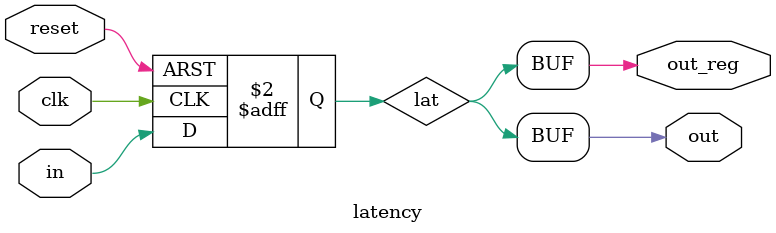
<source format=v>
module latency(
	//parameter length (def = 1)
	//RESET_TYPE "SYN" or "ASY"(def="ASY")
	clk,
	reset,
	in,
	out,
	out_reg//âåñü ñäâèãîâûé ðåãèñòð äëÿ ïðîìåæóòî÷íûõ çàäåðæåê
);

parameter length = 1;
parameter RESET_TYPE = "ASY";

input clk;
input reset;
input in;
output out;
output [length-1:0] out_reg;

reg [length-1:0] lat;//çâåíî çàäåðæêè âõ. ñèãíàëà
wire [length-1:0] out_reg;


generate
//SYN RESET
if(RESET_TYPE == "SYN")
	if(length == 1)
		begin
			always@(posedge clk)
			if(reset)
				lat <= 0;
			else
				lat[0] <= in;
		end
	else
		begin
			always@(posedge clk)
			if(reset)
				lat <= 0;
			else
				lat[length-1:0] <= {lat[length-2:0],in};
		end
//-----------------------------
//ASY RESET
else
	if(length == 1)
		begin
			always@(posedge clk or posedge reset)
			if(reset)
				lat <= 0;
			else
				lat[0] <= in;
		end
	else
		begin
			always@(posedge clk or posedge reset)
			if(reset)
				lat <= 0;
			else
				lat[length-1:0] <= {lat[length-2:0],in};
		end

endgenerate

assign out = lat[length-1];
assign out_reg = lat;

endmodule

</source>
